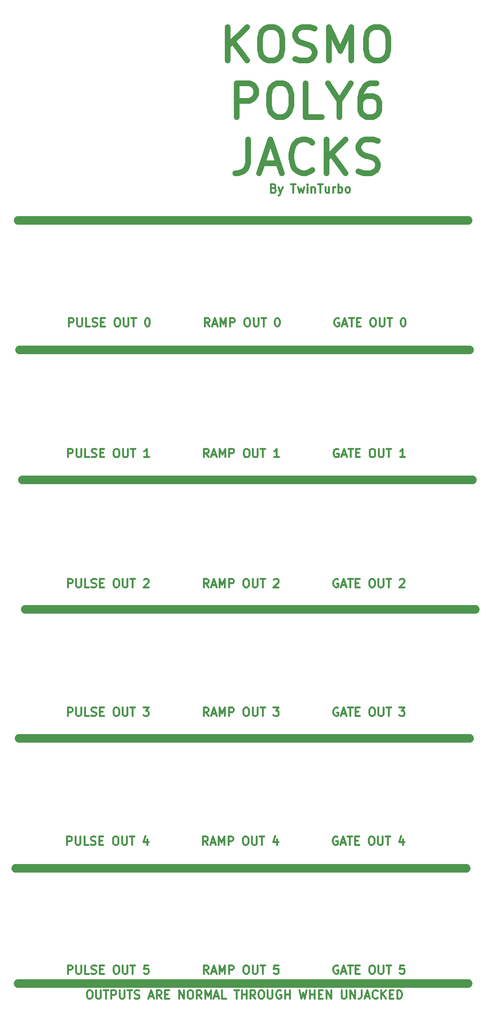
<source format=gbr>
G04 #@! TF.GenerationSoftware,KiCad,Pcbnew,(5.1.7)-1*
G04 #@! TF.CreationDate,2023-03-06T19:58:30+00:00*
G04 #@! TF.ProjectId,KOSMO-POLY6-JACKS,4b4f534d-4f2d-4504-9f4c-59362d4a4143,V0.1.0*
G04 #@! TF.SameCoordinates,Original*
G04 #@! TF.FileFunction,Legend,Top*
G04 #@! TF.FilePolarity,Positive*
%FSLAX46Y46*%
G04 Gerber Fmt 4.6, Leading zero omitted, Abs format (unit mm)*
G04 Created by KiCad (PCBNEW (5.1.7)-1) date 2023-03-06 19:58:30*
%MOMM*%
%LPD*%
G01*
G04 APERTURE LIST*
%ADD10C,0.300000*%
%ADD11C,1.500000*%
%ADD12C,1.000000*%
G04 APERTURE END LIST*
D10*
X149011000Y-43635857D02*
X149225285Y-43707285D01*
X149296714Y-43778714D01*
X149368142Y-43921571D01*
X149368142Y-44135857D01*
X149296714Y-44278714D01*
X149225285Y-44350142D01*
X149082428Y-44421571D01*
X148511000Y-44421571D01*
X148511000Y-42921571D01*
X149011000Y-42921571D01*
X149153857Y-42993000D01*
X149225285Y-43064428D01*
X149296714Y-43207285D01*
X149296714Y-43350142D01*
X149225285Y-43493000D01*
X149153857Y-43564428D01*
X149011000Y-43635857D01*
X148511000Y-43635857D01*
X149868142Y-43421571D02*
X150225285Y-44421571D01*
X150582428Y-43421571D02*
X150225285Y-44421571D01*
X150082428Y-44778714D01*
X150011000Y-44850142D01*
X149868142Y-44921571D01*
X152082428Y-42921571D02*
X152939571Y-42921571D01*
X152511000Y-44421571D02*
X152511000Y-42921571D01*
X153296714Y-43421571D02*
X153582428Y-44421571D01*
X153868142Y-43707285D01*
X154153857Y-44421571D01*
X154439571Y-43421571D01*
X155011000Y-44421571D02*
X155011000Y-43421571D01*
X155011000Y-42921571D02*
X154939571Y-42993000D01*
X155011000Y-43064428D01*
X155082428Y-42993000D01*
X155011000Y-42921571D01*
X155011000Y-43064428D01*
X155725285Y-43421571D02*
X155725285Y-44421571D01*
X155725285Y-43564428D02*
X155796714Y-43493000D01*
X155939571Y-43421571D01*
X156153857Y-43421571D01*
X156296714Y-43493000D01*
X156368142Y-43635857D01*
X156368142Y-44421571D01*
X156868142Y-42921571D02*
X157725285Y-42921571D01*
X157296714Y-44421571D02*
X157296714Y-42921571D01*
X158868142Y-43421571D02*
X158868142Y-44421571D01*
X158225285Y-43421571D02*
X158225285Y-44207285D01*
X158296714Y-44350142D01*
X158439571Y-44421571D01*
X158653857Y-44421571D01*
X158796714Y-44350142D01*
X158868142Y-44278714D01*
X159582428Y-44421571D02*
X159582428Y-43421571D01*
X159582428Y-43707285D02*
X159653857Y-43564428D01*
X159725285Y-43493000D01*
X159868142Y-43421571D01*
X160011000Y-43421571D01*
X160511000Y-44421571D02*
X160511000Y-42921571D01*
X160511000Y-43493000D02*
X160653857Y-43421571D01*
X160939571Y-43421571D01*
X161082428Y-43493000D01*
X161153857Y-43564428D01*
X161225285Y-43707285D01*
X161225285Y-44135857D01*
X161153857Y-44278714D01*
X161082428Y-44350142D01*
X160939571Y-44421571D01*
X160653857Y-44421571D01*
X160511000Y-44350142D01*
X162082428Y-44421571D02*
X161939571Y-44350142D01*
X161868142Y-44278714D01*
X161796714Y-44135857D01*
X161796714Y-43707285D01*
X161868142Y-43564428D01*
X161939571Y-43493000D01*
X162082428Y-43421571D01*
X162296714Y-43421571D01*
X162439571Y-43493000D01*
X162511000Y-43564428D01*
X162582428Y-43707285D01*
X162582428Y-44135857D01*
X162511000Y-44278714D01*
X162439571Y-44350142D01*
X162296714Y-44421571D01*
X162082428Y-44421571D01*
X116083714Y-186286571D02*
X116369428Y-186286571D01*
X116512285Y-186358000D01*
X116655142Y-186500857D01*
X116726571Y-186786571D01*
X116726571Y-187286571D01*
X116655142Y-187572285D01*
X116512285Y-187715142D01*
X116369428Y-187786571D01*
X116083714Y-187786571D01*
X115940857Y-187715142D01*
X115797999Y-187572285D01*
X115726571Y-187286571D01*
X115726571Y-186786571D01*
X115797999Y-186500857D01*
X115940857Y-186358000D01*
X116083714Y-186286571D01*
X117369428Y-186286571D02*
X117369428Y-187500857D01*
X117440857Y-187643714D01*
X117512285Y-187715142D01*
X117655142Y-187786571D01*
X117940857Y-187786571D01*
X118083714Y-187715142D01*
X118155142Y-187643714D01*
X118226571Y-187500857D01*
X118226571Y-186286571D01*
X118726571Y-186286571D02*
X119583714Y-186286571D01*
X119155142Y-187786571D02*
X119155142Y-186286571D01*
X120083714Y-187786571D02*
X120083714Y-186286571D01*
X120655142Y-186286571D01*
X120797999Y-186358000D01*
X120869428Y-186429428D01*
X120940857Y-186572285D01*
X120940857Y-186786571D01*
X120869428Y-186929428D01*
X120797999Y-187000857D01*
X120655142Y-187072285D01*
X120083714Y-187072285D01*
X121583714Y-186286571D02*
X121583714Y-187500857D01*
X121655142Y-187643714D01*
X121726571Y-187715142D01*
X121869428Y-187786571D01*
X122155142Y-187786571D01*
X122297999Y-187715142D01*
X122369428Y-187643714D01*
X122440857Y-187500857D01*
X122440857Y-186286571D01*
X122940857Y-186286571D02*
X123797999Y-186286571D01*
X123369428Y-187786571D02*
X123369428Y-186286571D01*
X124226571Y-187715142D02*
X124440857Y-187786571D01*
X124797999Y-187786571D01*
X124940857Y-187715142D01*
X125012285Y-187643714D01*
X125083714Y-187500857D01*
X125083714Y-187358000D01*
X125012285Y-187215142D01*
X124940857Y-187143714D01*
X124797999Y-187072285D01*
X124512285Y-187000857D01*
X124369428Y-186929428D01*
X124297999Y-186858000D01*
X124226571Y-186715142D01*
X124226571Y-186572285D01*
X124297999Y-186429428D01*
X124369428Y-186358000D01*
X124512285Y-186286571D01*
X124869428Y-186286571D01*
X125083714Y-186358000D01*
X126797999Y-187358000D02*
X127512285Y-187358000D01*
X126655142Y-187786571D02*
X127155142Y-186286571D01*
X127655142Y-187786571D01*
X129012285Y-187786571D02*
X128512285Y-187072285D01*
X128155142Y-187786571D02*
X128155142Y-186286571D01*
X128726571Y-186286571D01*
X128869428Y-186358000D01*
X128940857Y-186429428D01*
X129012285Y-186572285D01*
X129012285Y-186786571D01*
X128940857Y-186929428D01*
X128869428Y-187000857D01*
X128726571Y-187072285D01*
X128155142Y-187072285D01*
X129655142Y-187000857D02*
X130155142Y-187000857D01*
X130369428Y-187786571D02*
X129655142Y-187786571D01*
X129655142Y-186286571D01*
X130369428Y-186286571D01*
X132155142Y-187786571D02*
X132155142Y-186286571D01*
X133012285Y-187786571D01*
X133012285Y-186286571D01*
X134012285Y-186286571D02*
X134298000Y-186286571D01*
X134440857Y-186358000D01*
X134583714Y-186500857D01*
X134655142Y-186786571D01*
X134655142Y-187286571D01*
X134583714Y-187572285D01*
X134440857Y-187715142D01*
X134298000Y-187786571D01*
X134012285Y-187786571D01*
X133869428Y-187715142D01*
X133726571Y-187572285D01*
X133655142Y-187286571D01*
X133655142Y-186786571D01*
X133726571Y-186500857D01*
X133869428Y-186358000D01*
X134012285Y-186286571D01*
X136155142Y-187786571D02*
X135655142Y-187072285D01*
X135298000Y-187786571D02*
X135298000Y-186286571D01*
X135869428Y-186286571D01*
X136012285Y-186358000D01*
X136083714Y-186429428D01*
X136155142Y-186572285D01*
X136155142Y-186786571D01*
X136083714Y-186929428D01*
X136012285Y-187000857D01*
X135869428Y-187072285D01*
X135298000Y-187072285D01*
X136798000Y-187786571D02*
X136798000Y-186286571D01*
X137298000Y-187358000D01*
X137798000Y-186286571D01*
X137798000Y-187786571D01*
X138440857Y-187358000D02*
X139155142Y-187358000D01*
X138298000Y-187786571D02*
X138798000Y-186286571D01*
X139298000Y-187786571D01*
X140512285Y-187786571D02*
X139798000Y-187786571D01*
X139798000Y-186286571D01*
X141940857Y-186286571D02*
X142798000Y-186286571D01*
X142369428Y-187786571D02*
X142369428Y-186286571D01*
X143298000Y-187786571D02*
X143298000Y-186286571D01*
X143298000Y-187000857D02*
X144155142Y-187000857D01*
X144155142Y-187786571D02*
X144155142Y-186286571D01*
X145726571Y-187786571D02*
X145226571Y-187072285D01*
X144869428Y-187786571D02*
X144869428Y-186286571D01*
X145440857Y-186286571D01*
X145583714Y-186358000D01*
X145655142Y-186429428D01*
X145726571Y-186572285D01*
X145726571Y-186786571D01*
X145655142Y-186929428D01*
X145583714Y-187000857D01*
X145440857Y-187072285D01*
X144869428Y-187072285D01*
X146655142Y-186286571D02*
X146940857Y-186286571D01*
X147083714Y-186358000D01*
X147226571Y-186500857D01*
X147298000Y-186786571D01*
X147298000Y-187286571D01*
X147226571Y-187572285D01*
X147083714Y-187715142D01*
X146940857Y-187786571D01*
X146655142Y-187786571D01*
X146512285Y-187715142D01*
X146369428Y-187572285D01*
X146298000Y-187286571D01*
X146298000Y-186786571D01*
X146369428Y-186500857D01*
X146512285Y-186358000D01*
X146655142Y-186286571D01*
X147940857Y-186286571D02*
X147940857Y-187500857D01*
X148012285Y-187643714D01*
X148083714Y-187715142D01*
X148226571Y-187786571D01*
X148512285Y-187786571D01*
X148655142Y-187715142D01*
X148726571Y-187643714D01*
X148797999Y-187500857D01*
X148797999Y-186286571D01*
X150298000Y-186358000D02*
X150155142Y-186286571D01*
X149940857Y-186286571D01*
X149726571Y-186358000D01*
X149583714Y-186500857D01*
X149512285Y-186643714D01*
X149440857Y-186929428D01*
X149440857Y-187143714D01*
X149512285Y-187429428D01*
X149583714Y-187572285D01*
X149726571Y-187715142D01*
X149940857Y-187786571D01*
X150083714Y-187786571D01*
X150298000Y-187715142D01*
X150369428Y-187643714D01*
X150369428Y-187143714D01*
X150083714Y-187143714D01*
X151012285Y-187786571D02*
X151012285Y-186286571D01*
X151012285Y-187000857D02*
X151869428Y-187000857D01*
X151869428Y-187786571D02*
X151869428Y-186286571D01*
X153583714Y-186286571D02*
X153940857Y-187786571D01*
X154226571Y-186715142D01*
X154512285Y-187786571D01*
X154869428Y-186286571D01*
X155440857Y-187786571D02*
X155440857Y-186286571D01*
X155440857Y-187000857D02*
X156298000Y-187000857D01*
X156298000Y-187786571D02*
X156298000Y-186286571D01*
X157012285Y-187000857D02*
X157512285Y-187000857D01*
X157726571Y-187786571D02*
X157012285Y-187786571D01*
X157012285Y-186286571D01*
X157726571Y-186286571D01*
X158369428Y-187786571D02*
X158369428Y-186286571D01*
X159226571Y-187786571D01*
X159226571Y-186286571D01*
X161083714Y-186286571D02*
X161083714Y-187500857D01*
X161155142Y-187643714D01*
X161226571Y-187715142D01*
X161369428Y-187786571D01*
X161655142Y-187786571D01*
X161798000Y-187715142D01*
X161869428Y-187643714D01*
X161940857Y-187500857D01*
X161940857Y-186286571D01*
X162655142Y-187786571D02*
X162655142Y-186286571D01*
X163512285Y-187786571D01*
X163512285Y-186286571D01*
X164655142Y-186286571D02*
X164655142Y-187358000D01*
X164583714Y-187572285D01*
X164440857Y-187715142D01*
X164226571Y-187786571D01*
X164083714Y-187786571D01*
X165298000Y-187358000D02*
X166012285Y-187358000D01*
X165155142Y-187786571D02*
X165655142Y-186286571D01*
X166155142Y-187786571D01*
X167512285Y-187643714D02*
X167440857Y-187715142D01*
X167226571Y-187786571D01*
X167083714Y-187786571D01*
X166869428Y-187715142D01*
X166726571Y-187572285D01*
X166655142Y-187429428D01*
X166583714Y-187143714D01*
X166583714Y-186929428D01*
X166655142Y-186643714D01*
X166726571Y-186500857D01*
X166869428Y-186358000D01*
X167083714Y-186286571D01*
X167226571Y-186286571D01*
X167440857Y-186358000D01*
X167512285Y-186429428D01*
X168155142Y-187786571D02*
X168155142Y-186286571D01*
X169012285Y-187786571D02*
X168369428Y-186929428D01*
X169012285Y-186286571D02*
X168155142Y-187143714D01*
X169655142Y-187000857D02*
X170155142Y-187000857D01*
X170369428Y-187786571D02*
X169655142Y-187786571D01*
X169655142Y-186286571D01*
X170369428Y-186286571D01*
X171012285Y-187786571D02*
X171012285Y-186286571D01*
X171369428Y-186286571D01*
X171583714Y-186358000D01*
X171726571Y-186500857D01*
X171798000Y-186643714D01*
X171869428Y-186929428D01*
X171869428Y-187143714D01*
X171798000Y-187429428D01*
X171726571Y-187572285D01*
X171583714Y-187715142D01*
X171369428Y-187786571D01*
X171012285Y-187786571D01*
D11*
X103426000Y-185106000D02*
X183626000Y-185106000D01*
X103076000Y-164578000D02*
X183276000Y-164578000D01*
X103659000Y-141446000D02*
X183859000Y-141446000D01*
X104696000Y-118559000D02*
X184896000Y-118559000D01*
X104210000Y-95527000D02*
X184410000Y-95527000D01*
X103703000Y-72349000D02*
X183903000Y-72349000D01*
D10*
X112499714Y-68224571D02*
X112499714Y-66724571D01*
X113071142Y-66724571D01*
X113214000Y-66796000D01*
X113285428Y-66867428D01*
X113356857Y-67010285D01*
X113356857Y-67224571D01*
X113285428Y-67367428D01*
X113214000Y-67438857D01*
X113071142Y-67510285D01*
X112499714Y-67510285D01*
X113999714Y-66724571D02*
X113999714Y-67938857D01*
X114071142Y-68081714D01*
X114142571Y-68153142D01*
X114285428Y-68224571D01*
X114571142Y-68224571D01*
X114714000Y-68153142D01*
X114785428Y-68081714D01*
X114856857Y-67938857D01*
X114856857Y-66724571D01*
X116285428Y-68224571D02*
X115571142Y-68224571D01*
X115571142Y-66724571D01*
X116714000Y-68153142D02*
X116928285Y-68224571D01*
X117285428Y-68224571D01*
X117428285Y-68153142D01*
X117499714Y-68081714D01*
X117571142Y-67938857D01*
X117571142Y-67796000D01*
X117499714Y-67653142D01*
X117428285Y-67581714D01*
X117285428Y-67510285D01*
X116999714Y-67438857D01*
X116856857Y-67367428D01*
X116785428Y-67296000D01*
X116714000Y-67153142D01*
X116714000Y-67010285D01*
X116785428Y-66867428D01*
X116856857Y-66796000D01*
X116999714Y-66724571D01*
X117356857Y-66724571D01*
X117571142Y-66796000D01*
X118214000Y-67438857D02*
X118714000Y-67438857D01*
X118928285Y-68224571D02*
X118214000Y-68224571D01*
X118214000Y-66724571D01*
X118928285Y-66724571D01*
X120999714Y-66724571D02*
X121285428Y-66724571D01*
X121428285Y-66796000D01*
X121571142Y-66938857D01*
X121642571Y-67224571D01*
X121642571Y-67724571D01*
X121571142Y-68010285D01*
X121428285Y-68153142D01*
X121285428Y-68224571D01*
X120999714Y-68224571D01*
X120856857Y-68153142D01*
X120714000Y-68010285D01*
X120642571Y-67724571D01*
X120642571Y-67224571D01*
X120714000Y-66938857D01*
X120856857Y-66796000D01*
X120999714Y-66724571D01*
X122285428Y-66724571D02*
X122285428Y-67938857D01*
X122356857Y-68081714D01*
X122428285Y-68153142D01*
X122571142Y-68224571D01*
X122856857Y-68224571D01*
X122999714Y-68153142D01*
X123071142Y-68081714D01*
X123142571Y-67938857D01*
X123142571Y-66724571D01*
X123642571Y-66724571D02*
X124499714Y-66724571D01*
X124071142Y-68224571D02*
X124071142Y-66724571D01*
X126428285Y-66724571D02*
X126571142Y-66724571D01*
X126714000Y-66796000D01*
X126785428Y-66867428D01*
X126856857Y-67010285D01*
X126928285Y-67296000D01*
X126928285Y-67653142D01*
X126856857Y-67938857D01*
X126785428Y-68081714D01*
X126714000Y-68153142D01*
X126571142Y-68224571D01*
X126428285Y-68224571D01*
X126285428Y-68153142D01*
X126214000Y-68081714D01*
X126142571Y-67938857D01*
X126071142Y-67653142D01*
X126071142Y-67296000D01*
X126142571Y-67010285D01*
X126214000Y-66867428D01*
X126285428Y-66796000D01*
X126428285Y-66724571D01*
X137571142Y-68224571D02*
X137071142Y-67510285D01*
X136714000Y-68224571D02*
X136714000Y-66724571D01*
X137285428Y-66724571D01*
X137428285Y-66796000D01*
X137499714Y-66867428D01*
X137571142Y-67010285D01*
X137571142Y-67224571D01*
X137499714Y-67367428D01*
X137428285Y-67438857D01*
X137285428Y-67510285D01*
X136714000Y-67510285D01*
X138142571Y-67796000D02*
X138856857Y-67796000D01*
X137999714Y-68224571D02*
X138499714Y-66724571D01*
X138999714Y-68224571D01*
X139499714Y-68224571D02*
X139499714Y-66724571D01*
X139999714Y-67796000D01*
X140499714Y-66724571D01*
X140499714Y-68224571D01*
X141214000Y-68224571D02*
X141214000Y-66724571D01*
X141785428Y-66724571D01*
X141928285Y-66796000D01*
X141999714Y-66867428D01*
X142071142Y-67010285D01*
X142071142Y-67224571D01*
X141999714Y-67367428D01*
X141928285Y-67438857D01*
X141785428Y-67510285D01*
X141214000Y-67510285D01*
X144142571Y-66724571D02*
X144428285Y-66724571D01*
X144571142Y-66796000D01*
X144714000Y-66938857D01*
X144785428Y-67224571D01*
X144785428Y-67724571D01*
X144714000Y-68010285D01*
X144571142Y-68153142D01*
X144428285Y-68224571D01*
X144142571Y-68224571D01*
X143999714Y-68153142D01*
X143856857Y-68010285D01*
X143785428Y-67724571D01*
X143785428Y-67224571D01*
X143856857Y-66938857D01*
X143999714Y-66796000D01*
X144142571Y-66724571D01*
X145428285Y-66724571D02*
X145428285Y-67938857D01*
X145499714Y-68081714D01*
X145571142Y-68153142D01*
X145714000Y-68224571D01*
X145999714Y-68224571D01*
X146142571Y-68153142D01*
X146214000Y-68081714D01*
X146285428Y-67938857D01*
X146285428Y-66724571D01*
X146785428Y-66724571D02*
X147642571Y-66724571D01*
X147214000Y-68224571D02*
X147214000Y-66724571D01*
X149571142Y-66724571D02*
X149714000Y-66724571D01*
X149856857Y-66796000D01*
X149928285Y-66867428D01*
X149999714Y-67010285D01*
X150071142Y-67296000D01*
X150071142Y-67653142D01*
X149999714Y-67938857D01*
X149928285Y-68081714D01*
X149856857Y-68153142D01*
X149714000Y-68224571D01*
X149571142Y-68224571D01*
X149428285Y-68153142D01*
X149356857Y-68081714D01*
X149285428Y-67938857D01*
X149214000Y-67653142D01*
X149214000Y-67296000D01*
X149285428Y-67010285D01*
X149356857Y-66867428D01*
X149428285Y-66796000D01*
X149571142Y-66724571D01*
X160642571Y-66796000D02*
X160499714Y-66724571D01*
X160285428Y-66724571D01*
X160071142Y-66796000D01*
X159928285Y-66938857D01*
X159856857Y-67081714D01*
X159785428Y-67367428D01*
X159785428Y-67581714D01*
X159856857Y-67867428D01*
X159928285Y-68010285D01*
X160071142Y-68153142D01*
X160285428Y-68224571D01*
X160428285Y-68224571D01*
X160642571Y-68153142D01*
X160714000Y-68081714D01*
X160714000Y-67581714D01*
X160428285Y-67581714D01*
X161285428Y-67796000D02*
X161999714Y-67796000D01*
X161142571Y-68224571D02*
X161642571Y-66724571D01*
X162142571Y-68224571D01*
X162428285Y-66724571D02*
X163285428Y-66724571D01*
X162856857Y-68224571D02*
X162856857Y-66724571D01*
X163785428Y-67438857D02*
X164285428Y-67438857D01*
X164499714Y-68224571D02*
X163785428Y-68224571D01*
X163785428Y-66724571D01*
X164499714Y-66724571D01*
X166571142Y-66724571D02*
X166856857Y-66724571D01*
X166999714Y-66796000D01*
X167142571Y-66938857D01*
X167213999Y-67224571D01*
X167213999Y-67724571D01*
X167142571Y-68010285D01*
X166999714Y-68153142D01*
X166856857Y-68224571D01*
X166571142Y-68224571D01*
X166428285Y-68153142D01*
X166285428Y-68010285D01*
X166213999Y-67724571D01*
X166213999Y-67224571D01*
X166285428Y-66938857D01*
X166428285Y-66796000D01*
X166571142Y-66724571D01*
X167856857Y-66724571D02*
X167856857Y-67938857D01*
X167928285Y-68081714D01*
X167999714Y-68153142D01*
X168142571Y-68224571D01*
X168428285Y-68224571D01*
X168571142Y-68153142D01*
X168642571Y-68081714D01*
X168714000Y-67938857D01*
X168714000Y-66724571D01*
X169214000Y-66724571D02*
X170071142Y-66724571D01*
X169642571Y-68224571D02*
X169642571Y-66724571D01*
X171999714Y-66724571D02*
X172142571Y-66724571D01*
X172285428Y-66796000D01*
X172356857Y-66867428D01*
X172428285Y-67010285D01*
X172499714Y-67296000D01*
X172499714Y-67653142D01*
X172428285Y-67938857D01*
X172356857Y-68081714D01*
X172285428Y-68153142D01*
X172142571Y-68224571D01*
X171999714Y-68224571D01*
X171856857Y-68153142D01*
X171785428Y-68081714D01*
X171714000Y-67938857D01*
X171642571Y-67653142D01*
X171642571Y-67296000D01*
X171714000Y-67010285D01*
X171785428Y-66867428D01*
X171856857Y-66796000D01*
X171999714Y-66724571D01*
X112365714Y-91472571D02*
X112365714Y-89972571D01*
X112937142Y-89972571D01*
X113080000Y-90044000D01*
X113151428Y-90115428D01*
X113222857Y-90258285D01*
X113222857Y-90472571D01*
X113151428Y-90615428D01*
X113080000Y-90686857D01*
X112937142Y-90758285D01*
X112365714Y-90758285D01*
X113865714Y-89972571D02*
X113865714Y-91186857D01*
X113937142Y-91329714D01*
X114008571Y-91401142D01*
X114151428Y-91472571D01*
X114437142Y-91472571D01*
X114580000Y-91401142D01*
X114651428Y-91329714D01*
X114722857Y-91186857D01*
X114722857Y-89972571D01*
X116151428Y-91472571D02*
X115437142Y-91472571D01*
X115437142Y-89972571D01*
X116580000Y-91401142D02*
X116794285Y-91472571D01*
X117151428Y-91472571D01*
X117294285Y-91401142D01*
X117365714Y-91329714D01*
X117437142Y-91186857D01*
X117437142Y-91044000D01*
X117365714Y-90901142D01*
X117294285Y-90829714D01*
X117151428Y-90758285D01*
X116865714Y-90686857D01*
X116722857Y-90615428D01*
X116651428Y-90544000D01*
X116580000Y-90401142D01*
X116580000Y-90258285D01*
X116651428Y-90115428D01*
X116722857Y-90044000D01*
X116865714Y-89972571D01*
X117222857Y-89972571D01*
X117437142Y-90044000D01*
X118080000Y-90686857D02*
X118580000Y-90686857D01*
X118794285Y-91472571D02*
X118080000Y-91472571D01*
X118080000Y-89972571D01*
X118794285Y-89972571D01*
X120865714Y-89972571D02*
X121151428Y-89972571D01*
X121294285Y-90044000D01*
X121437142Y-90186857D01*
X121508571Y-90472571D01*
X121508571Y-90972571D01*
X121437142Y-91258285D01*
X121294285Y-91401142D01*
X121151428Y-91472571D01*
X120865714Y-91472571D01*
X120722857Y-91401142D01*
X120580000Y-91258285D01*
X120508571Y-90972571D01*
X120508571Y-90472571D01*
X120580000Y-90186857D01*
X120722857Y-90044000D01*
X120865714Y-89972571D01*
X122151428Y-89972571D02*
X122151428Y-91186857D01*
X122222857Y-91329714D01*
X122294285Y-91401142D01*
X122437142Y-91472571D01*
X122722857Y-91472571D01*
X122865714Y-91401142D01*
X122937142Y-91329714D01*
X123008571Y-91186857D01*
X123008571Y-89972571D01*
X123508571Y-89972571D02*
X124365714Y-89972571D01*
X123937142Y-91472571D02*
X123937142Y-89972571D01*
X126794285Y-91472571D02*
X125937142Y-91472571D01*
X126365714Y-91472571D02*
X126365714Y-89972571D01*
X126222857Y-90186857D01*
X126080000Y-90329714D01*
X125937142Y-90401142D01*
X137437142Y-91472571D02*
X136937142Y-90758285D01*
X136580000Y-91472571D02*
X136580000Y-89972571D01*
X137151428Y-89972571D01*
X137294285Y-90044000D01*
X137365714Y-90115428D01*
X137437142Y-90258285D01*
X137437142Y-90472571D01*
X137365714Y-90615428D01*
X137294285Y-90686857D01*
X137151428Y-90758285D01*
X136580000Y-90758285D01*
X138008571Y-91044000D02*
X138722857Y-91044000D01*
X137865714Y-91472571D02*
X138365714Y-89972571D01*
X138865714Y-91472571D01*
X139365714Y-91472571D02*
X139365714Y-89972571D01*
X139865714Y-91044000D01*
X140365714Y-89972571D01*
X140365714Y-91472571D01*
X141080000Y-91472571D02*
X141080000Y-89972571D01*
X141651428Y-89972571D01*
X141794285Y-90044000D01*
X141865714Y-90115428D01*
X141937142Y-90258285D01*
X141937142Y-90472571D01*
X141865714Y-90615428D01*
X141794285Y-90686857D01*
X141651428Y-90758285D01*
X141080000Y-90758285D01*
X144008571Y-89972571D02*
X144294285Y-89972571D01*
X144437142Y-90044000D01*
X144580000Y-90186857D01*
X144651428Y-90472571D01*
X144651428Y-90972571D01*
X144580000Y-91258285D01*
X144437142Y-91401142D01*
X144294285Y-91472571D01*
X144008571Y-91472571D01*
X143865714Y-91401142D01*
X143722857Y-91258285D01*
X143651428Y-90972571D01*
X143651428Y-90472571D01*
X143722857Y-90186857D01*
X143865714Y-90044000D01*
X144008571Y-89972571D01*
X145294285Y-89972571D02*
X145294285Y-91186857D01*
X145365714Y-91329714D01*
X145437142Y-91401142D01*
X145580000Y-91472571D01*
X145865714Y-91472571D01*
X146008571Y-91401142D01*
X146080000Y-91329714D01*
X146151428Y-91186857D01*
X146151428Y-89972571D01*
X146651428Y-89972571D02*
X147508571Y-89972571D01*
X147080000Y-91472571D02*
X147080000Y-89972571D01*
X149937142Y-91472571D02*
X149080000Y-91472571D01*
X149508571Y-91472571D02*
X149508571Y-89972571D01*
X149365714Y-90186857D01*
X149222857Y-90329714D01*
X149080000Y-90401142D01*
X160508571Y-90044000D02*
X160365714Y-89972571D01*
X160151428Y-89972571D01*
X159937142Y-90044000D01*
X159794285Y-90186857D01*
X159722857Y-90329714D01*
X159651428Y-90615428D01*
X159651428Y-90829714D01*
X159722857Y-91115428D01*
X159794285Y-91258285D01*
X159937142Y-91401142D01*
X160151428Y-91472571D01*
X160294285Y-91472571D01*
X160508571Y-91401142D01*
X160580000Y-91329714D01*
X160580000Y-90829714D01*
X160294285Y-90829714D01*
X161151428Y-91044000D02*
X161865714Y-91044000D01*
X161008571Y-91472571D02*
X161508571Y-89972571D01*
X162008571Y-91472571D01*
X162294285Y-89972571D02*
X163151428Y-89972571D01*
X162722857Y-91472571D02*
X162722857Y-89972571D01*
X163651428Y-90686857D02*
X164151428Y-90686857D01*
X164365714Y-91472571D02*
X163651428Y-91472571D01*
X163651428Y-89972571D01*
X164365714Y-89972571D01*
X166437142Y-89972571D02*
X166722857Y-89972571D01*
X166865714Y-90044000D01*
X167008571Y-90186857D01*
X167079999Y-90472571D01*
X167079999Y-90972571D01*
X167008571Y-91258285D01*
X166865714Y-91401142D01*
X166722857Y-91472571D01*
X166437142Y-91472571D01*
X166294285Y-91401142D01*
X166151428Y-91258285D01*
X166079999Y-90972571D01*
X166079999Y-90472571D01*
X166151428Y-90186857D01*
X166294285Y-90044000D01*
X166437142Y-89972571D01*
X167722857Y-89972571D02*
X167722857Y-91186857D01*
X167794285Y-91329714D01*
X167865714Y-91401142D01*
X168008571Y-91472571D01*
X168294285Y-91472571D01*
X168437142Y-91401142D01*
X168508571Y-91329714D01*
X168580000Y-91186857D01*
X168580000Y-89972571D01*
X169080000Y-89972571D02*
X169937142Y-89972571D01*
X169508571Y-91472571D02*
X169508571Y-89972571D01*
X172365714Y-91472571D02*
X171508571Y-91472571D01*
X171937142Y-91472571D02*
X171937142Y-89972571D01*
X171794285Y-90186857D01*
X171651428Y-90329714D01*
X171508571Y-90401142D01*
X112321714Y-114616571D02*
X112321714Y-113116571D01*
X112893142Y-113116571D01*
X113036000Y-113188000D01*
X113107428Y-113259428D01*
X113178857Y-113402285D01*
X113178857Y-113616571D01*
X113107428Y-113759428D01*
X113036000Y-113830857D01*
X112893142Y-113902285D01*
X112321714Y-113902285D01*
X113821714Y-113116571D02*
X113821714Y-114330857D01*
X113893142Y-114473714D01*
X113964571Y-114545142D01*
X114107428Y-114616571D01*
X114393142Y-114616571D01*
X114536000Y-114545142D01*
X114607428Y-114473714D01*
X114678857Y-114330857D01*
X114678857Y-113116571D01*
X116107428Y-114616571D02*
X115393142Y-114616571D01*
X115393142Y-113116571D01*
X116536000Y-114545142D02*
X116750285Y-114616571D01*
X117107428Y-114616571D01*
X117250285Y-114545142D01*
X117321714Y-114473714D01*
X117393142Y-114330857D01*
X117393142Y-114188000D01*
X117321714Y-114045142D01*
X117250285Y-113973714D01*
X117107428Y-113902285D01*
X116821714Y-113830857D01*
X116678857Y-113759428D01*
X116607428Y-113688000D01*
X116536000Y-113545142D01*
X116536000Y-113402285D01*
X116607428Y-113259428D01*
X116678857Y-113188000D01*
X116821714Y-113116571D01*
X117178857Y-113116571D01*
X117393142Y-113188000D01*
X118036000Y-113830857D02*
X118536000Y-113830857D01*
X118750285Y-114616571D02*
X118036000Y-114616571D01*
X118036000Y-113116571D01*
X118750285Y-113116571D01*
X120821714Y-113116571D02*
X121107428Y-113116571D01*
X121250285Y-113188000D01*
X121393142Y-113330857D01*
X121464571Y-113616571D01*
X121464571Y-114116571D01*
X121393142Y-114402285D01*
X121250285Y-114545142D01*
X121107428Y-114616571D01*
X120821714Y-114616571D01*
X120678857Y-114545142D01*
X120536000Y-114402285D01*
X120464571Y-114116571D01*
X120464571Y-113616571D01*
X120536000Y-113330857D01*
X120678857Y-113188000D01*
X120821714Y-113116571D01*
X122107428Y-113116571D02*
X122107428Y-114330857D01*
X122178857Y-114473714D01*
X122250285Y-114545142D01*
X122393142Y-114616571D01*
X122678857Y-114616571D01*
X122821714Y-114545142D01*
X122893142Y-114473714D01*
X122964571Y-114330857D01*
X122964571Y-113116571D01*
X123464571Y-113116571D02*
X124321714Y-113116571D01*
X123893142Y-114616571D02*
X123893142Y-113116571D01*
X125893142Y-113259428D02*
X125964571Y-113188000D01*
X126107428Y-113116571D01*
X126464571Y-113116571D01*
X126607428Y-113188000D01*
X126678857Y-113259428D01*
X126750285Y-113402285D01*
X126750285Y-113545142D01*
X126678857Y-113759428D01*
X125821714Y-114616571D01*
X126750285Y-114616571D01*
X137393142Y-114616571D02*
X136893142Y-113902285D01*
X136536000Y-114616571D02*
X136536000Y-113116571D01*
X137107428Y-113116571D01*
X137250285Y-113188000D01*
X137321714Y-113259428D01*
X137393142Y-113402285D01*
X137393142Y-113616571D01*
X137321714Y-113759428D01*
X137250285Y-113830857D01*
X137107428Y-113902285D01*
X136536000Y-113902285D01*
X137964571Y-114188000D02*
X138678857Y-114188000D01*
X137821714Y-114616571D02*
X138321714Y-113116571D01*
X138821714Y-114616571D01*
X139321714Y-114616571D02*
X139321714Y-113116571D01*
X139821714Y-114188000D01*
X140321714Y-113116571D01*
X140321714Y-114616571D01*
X141036000Y-114616571D02*
X141036000Y-113116571D01*
X141607428Y-113116571D01*
X141750285Y-113188000D01*
X141821714Y-113259428D01*
X141893142Y-113402285D01*
X141893142Y-113616571D01*
X141821714Y-113759428D01*
X141750285Y-113830857D01*
X141607428Y-113902285D01*
X141036000Y-113902285D01*
X143964571Y-113116571D02*
X144250285Y-113116571D01*
X144393142Y-113188000D01*
X144536000Y-113330857D01*
X144607428Y-113616571D01*
X144607428Y-114116571D01*
X144536000Y-114402285D01*
X144393142Y-114545142D01*
X144250285Y-114616571D01*
X143964571Y-114616571D01*
X143821714Y-114545142D01*
X143678857Y-114402285D01*
X143607428Y-114116571D01*
X143607428Y-113616571D01*
X143678857Y-113330857D01*
X143821714Y-113188000D01*
X143964571Y-113116571D01*
X145250285Y-113116571D02*
X145250285Y-114330857D01*
X145321714Y-114473714D01*
X145393142Y-114545142D01*
X145536000Y-114616571D01*
X145821714Y-114616571D01*
X145964571Y-114545142D01*
X146036000Y-114473714D01*
X146107428Y-114330857D01*
X146107428Y-113116571D01*
X146607428Y-113116571D02*
X147464571Y-113116571D01*
X147036000Y-114616571D02*
X147036000Y-113116571D01*
X149036000Y-113259428D02*
X149107428Y-113188000D01*
X149250285Y-113116571D01*
X149607428Y-113116571D01*
X149750285Y-113188000D01*
X149821714Y-113259428D01*
X149893142Y-113402285D01*
X149893142Y-113545142D01*
X149821714Y-113759428D01*
X148964571Y-114616571D01*
X149893142Y-114616571D01*
X160464571Y-113188000D02*
X160321714Y-113116571D01*
X160107428Y-113116571D01*
X159893142Y-113188000D01*
X159750285Y-113330857D01*
X159678857Y-113473714D01*
X159607428Y-113759428D01*
X159607428Y-113973714D01*
X159678857Y-114259428D01*
X159750285Y-114402285D01*
X159893142Y-114545142D01*
X160107428Y-114616571D01*
X160250285Y-114616571D01*
X160464571Y-114545142D01*
X160536000Y-114473714D01*
X160536000Y-113973714D01*
X160250285Y-113973714D01*
X161107428Y-114188000D02*
X161821714Y-114188000D01*
X160964571Y-114616571D02*
X161464571Y-113116571D01*
X161964571Y-114616571D01*
X162250285Y-113116571D02*
X163107428Y-113116571D01*
X162678857Y-114616571D02*
X162678857Y-113116571D01*
X163607428Y-113830857D02*
X164107428Y-113830857D01*
X164321714Y-114616571D02*
X163607428Y-114616571D01*
X163607428Y-113116571D01*
X164321714Y-113116571D01*
X166393142Y-113116571D02*
X166678857Y-113116571D01*
X166821714Y-113188000D01*
X166964571Y-113330857D01*
X167035999Y-113616571D01*
X167035999Y-114116571D01*
X166964571Y-114402285D01*
X166821714Y-114545142D01*
X166678857Y-114616571D01*
X166393142Y-114616571D01*
X166250285Y-114545142D01*
X166107428Y-114402285D01*
X166035999Y-114116571D01*
X166035999Y-113616571D01*
X166107428Y-113330857D01*
X166250285Y-113188000D01*
X166393142Y-113116571D01*
X167678857Y-113116571D02*
X167678857Y-114330857D01*
X167750285Y-114473714D01*
X167821714Y-114545142D01*
X167964571Y-114616571D01*
X168250285Y-114616571D01*
X168393142Y-114545142D01*
X168464571Y-114473714D01*
X168536000Y-114330857D01*
X168536000Y-113116571D01*
X169036000Y-113116571D02*
X169893142Y-113116571D01*
X169464571Y-114616571D02*
X169464571Y-113116571D01*
X171464571Y-113259428D02*
X171536000Y-113188000D01*
X171678857Y-113116571D01*
X172036000Y-113116571D01*
X172178857Y-113188000D01*
X172250285Y-113259428D01*
X172321714Y-113402285D01*
X172321714Y-113545142D01*
X172250285Y-113759428D01*
X171393142Y-114616571D01*
X172321714Y-114616571D01*
X112321714Y-137504571D02*
X112321714Y-136004571D01*
X112893142Y-136004571D01*
X113036000Y-136076000D01*
X113107428Y-136147428D01*
X113178857Y-136290285D01*
X113178857Y-136504571D01*
X113107428Y-136647428D01*
X113036000Y-136718857D01*
X112893142Y-136790285D01*
X112321714Y-136790285D01*
X113821714Y-136004571D02*
X113821714Y-137218857D01*
X113893142Y-137361714D01*
X113964571Y-137433142D01*
X114107428Y-137504571D01*
X114393142Y-137504571D01*
X114536000Y-137433142D01*
X114607428Y-137361714D01*
X114678857Y-137218857D01*
X114678857Y-136004571D01*
X116107428Y-137504571D02*
X115393142Y-137504571D01*
X115393142Y-136004571D01*
X116536000Y-137433142D02*
X116750285Y-137504571D01*
X117107428Y-137504571D01*
X117250285Y-137433142D01*
X117321714Y-137361714D01*
X117393142Y-137218857D01*
X117393142Y-137076000D01*
X117321714Y-136933142D01*
X117250285Y-136861714D01*
X117107428Y-136790285D01*
X116821714Y-136718857D01*
X116678857Y-136647428D01*
X116607428Y-136576000D01*
X116536000Y-136433142D01*
X116536000Y-136290285D01*
X116607428Y-136147428D01*
X116678857Y-136076000D01*
X116821714Y-136004571D01*
X117178857Y-136004571D01*
X117393142Y-136076000D01*
X118036000Y-136718857D02*
X118536000Y-136718857D01*
X118750285Y-137504571D02*
X118036000Y-137504571D01*
X118036000Y-136004571D01*
X118750285Y-136004571D01*
X120821714Y-136004571D02*
X121107428Y-136004571D01*
X121250285Y-136076000D01*
X121393142Y-136218857D01*
X121464571Y-136504571D01*
X121464571Y-137004571D01*
X121393142Y-137290285D01*
X121250285Y-137433142D01*
X121107428Y-137504571D01*
X120821714Y-137504571D01*
X120678857Y-137433142D01*
X120536000Y-137290285D01*
X120464571Y-137004571D01*
X120464571Y-136504571D01*
X120536000Y-136218857D01*
X120678857Y-136076000D01*
X120821714Y-136004571D01*
X122107428Y-136004571D02*
X122107428Y-137218857D01*
X122178857Y-137361714D01*
X122250285Y-137433142D01*
X122393142Y-137504571D01*
X122678857Y-137504571D01*
X122821714Y-137433142D01*
X122893142Y-137361714D01*
X122964571Y-137218857D01*
X122964571Y-136004571D01*
X123464571Y-136004571D02*
X124321714Y-136004571D01*
X123893142Y-137504571D02*
X123893142Y-136004571D01*
X125821714Y-136004571D02*
X126750285Y-136004571D01*
X126250285Y-136576000D01*
X126464571Y-136576000D01*
X126607428Y-136647428D01*
X126678857Y-136718857D01*
X126750285Y-136861714D01*
X126750285Y-137218857D01*
X126678857Y-137361714D01*
X126607428Y-137433142D01*
X126464571Y-137504571D01*
X126036000Y-137504571D01*
X125893142Y-137433142D01*
X125821714Y-137361714D01*
X137393142Y-137504571D02*
X136893142Y-136790285D01*
X136536000Y-137504571D02*
X136536000Y-136004571D01*
X137107428Y-136004571D01*
X137250285Y-136076000D01*
X137321714Y-136147428D01*
X137393142Y-136290285D01*
X137393142Y-136504571D01*
X137321714Y-136647428D01*
X137250285Y-136718857D01*
X137107428Y-136790285D01*
X136536000Y-136790285D01*
X137964571Y-137076000D02*
X138678857Y-137076000D01*
X137821714Y-137504571D02*
X138321714Y-136004571D01*
X138821714Y-137504571D01*
X139321714Y-137504571D02*
X139321714Y-136004571D01*
X139821714Y-137076000D01*
X140321714Y-136004571D01*
X140321714Y-137504571D01*
X141036000Y-137504571D02*
X141036000Y-136004571D01*
X141607428Y-136004571D01*
X141750285Y-136076000D01*
X141821714Y-136147428D01*
X141893142Y-136290285D01*
X141893142Y-136504571D01*
X141821714Y-136647428D01*
X141750285Y-136718857D01*
X141607428Y-136790285D01*
X141036000Y-136790285D01*
X143964571Y-136004571D02*
X144250285Y-136004571D01*
X144393142Y-136076000D01*
X144536000Y-136218857D01*
X144607428Y-136504571D01*
X144607428Y-137004571D01*
X144536000Y-137290285D01*
X144393142Y-137433142D01*
X144250285Y-137504571D01*
X143964571Y-137504571D01*
X143821714Y-137433142D01*
X143678857Y-137290285D01*
X143607428Y-137004571D01*
X143607428Y-136504571D01*
X143678857Y-136218857D01*
X143821714Y-136076000D01*
X143964571Y-136004571D01*
X145250285Y-136004571D02*
X145250285Y-137218857D01*
X145321714Y-137361714D01*
X145393142Y-137433142D01*
X145536000Y-137504571D01*
X145821714Y-137504571D01*
X145964571Y-137433142D01*
X146036000Y-137361714D01*
X146107428Y-137218857D01*
X146107428Y-136004571D01*
X146607428Y-136004571D02*
X147464571Y-136004571D01*
X147036000Y-137504571D02*
X147036000Y-136004571D01*
X148964571Y-136004571D02*
X149893142Y-136004571D01*
X149393142Y-136576000D01*
X149607428Y-136576000D01*
X149750285Y-136647428D01*
X149821714Y-136718857D01*
X149893142Y-136861714D01*
X149893142Y-137218857D01*
X149821714Y-137361714D01*
X149750285Y-137433142D01*
X149607428Y-137504571D01*
X149178857Y-137504571D01*
X149036000Y-137433142D01*
X148964571Y-137361714D01*
X160464571Y-136076000D02*
X160321714Y-136004571D01*
X160107428Y-136004571D01*
X159893142Y-136076000D01*
X159750285Y-136218857D01*
X159678857Y-136361714D01*
X159607428Y-136647428D01*
X159607428Y-136861714D01*
X159678857Y-137147428D01*
X159750285Y-137290285D01*
X159893142Y-137433142D01*
X160107428Y-137504571D01*
X160250285Y-137504571D01*
X160464571Y-137433142D01*
X160536000Y-137361714D01*
X160536000Y-136861714D01*
X160250285Y-136861714D01*
X161107428Y-137076000D02*
X161821714Y-137076000D01*
X160964571Y-137504571D02*
X161464571Y-136004571D01*
X161964571Y-137504571D01*
X162250285Y-136004571D02*
X163107428Y-136004571D01*
X162678857Y-137504571D02*
X162678857Y-136004571D01*
X163607428Y-136718857D02*
X164107428Y-136718857D01*
X164321714Y-137504571D02*
X163607428Y-137504571D01*
X163607428Y-136004571D01*
X164321714Y-136004571D01*
X166393142Y-136004571D02*
X166678857Y-136004571D01*
X166821714Y-136076000D01*
X166964571Y-136218857D01*
X167035999Y-136504571D01*
X167035999Y-137004571D01*
X166964571Y-137290285D01*
X166821714Y-137433142D01*
X166678857Y-137504571D01*
X166393142Y-137504571D01*
X166250285Y-137433142D01*
X166107428Y-137290285D01*
X166035999Y-137004571D01*
X166035999Y-136504571D01*
X166107428Y-136218857D01*
X166250285Y-136076000D01*
X166393142Y-136004571D01*
X167678857Y-136004571D02*
X167678857Y-137218857D01*
X167750285Y-137361714D01*
X167821714Y-137433142D01*
X167964571Y-137504571D01*
X168250285Y-137504571D01*
X168393142Y-137433142D01*
X168464571Y-137361714D01*
X168536000Y-137218857D01*
X168536000Y-136004571D01*
X169036000Y-136004571D02*
X169893142Y-136004571D01*
X169464571Y-137504571D02*
X169464571Y-136004571D01*
X171393142Y-136004571D02*
X172321714Y-136004571D01*
X171821714Y-136576000D01*
X172036000Y-136576000D01*
X172178857Y-136647428D01*
X172250285Y-136718857D01*
X172321714Y-136861714D01*
X172321714Y-137218857D01*
X172250285Y-137361714D01*
X172178857Y-137433142D01*
X172036000Y-137504571D01*
X171607428Y-137504571D01*
X171464571Y-137433142D01*
X171393142Y-137361714D01*
X112210714Y-160437571D02*
X112210714Y-158937571D01*
X112782142Y-158937571D01*
X112925000Y-159009000D01*
X112996428Y-159080428D01*
X113067857Y-159223285D01*
X113067857Y-159437571D01*
X112996428Y-159580428D01*
X112925000Y-159651857D01*
X112782142Y-159723285D01*
X112210714Y-159723285D01*
X113710714Y-158937571D02*
X113710714Y-160151857D01*
X113782142Y-160294714D01*
X113853571Y-160366142D01*
X113996428Y-160437571D01*
X114282142Y-160437571D01*
X114425000Y-160366142D01*
X114496428Y-160294714D01*
X114567857Y-160151857D01*
X114567857Y-158937571D01*
X115996428Y-160437571D02*
X115282142Y-160437571D01*
X115282142Y-158937571D01*
X116425000Y-160366142D02*
X116639285Y-160437571D01*
X116996428Y-160437571D01*
X117139285Y-160366142D01*
X117210714Y-160294714D01*
X117282142Y-160151857D01*
X117282142Y-160009000D01*
X117210714Y-159866142D01*
X117139285Y-159794714D01*
X116996428Y-159723285D01*
X116710714Y-159651857D01*
X116567857Y-159580428D01*
X116496428Y-159509000D01*
X116425000Y-159366142D01*
X116425000Y-159223285D01*
X116496428Y-159080428D01*
X116567857Y-159009000D01*
X116710714Y-158937571D01*
X117067857Y-158937571D01*
X117282142Y-159009000D01*
X117925000Y-159651857D02*
X118425000Y-159651857D01*
X118639285Y-160437571D02*
X117925000Y-160437571D01*
X117925000Y-158937571D01*
X118639285Y-158937571D01*
X120710714Y-158937571D02*
X120996428Y-158937571D01*
X121139285Y-159009000D01*
X121282142Y-159151857D01*
X121353571Y-159437571D01*
X121353571Y-159937571D01*
X121282142Y-160223285D01*
X121139285Y-160366142D01*
X120996428Y-160437571D01*
X120710714Y-160437571D01*
X120567857Y-160366142D01*
X120425000Y-160223285D01*
X120353571Y-159937571D01*
X120353571Y-159437571D01*
X120425000Y-159151857D01*
X120567857Y-159009000D01*
X120710714Y-158937571D01*
X121996428Y-158937571D02*
X121996428Y-160151857D01*
X122067857Y-160294714D01*
X122139285Y-160366142D01*
X122282142Y-160437571D01*
X122567857Y-160437571D01*
X122710714Y-160366142D01*
X122782142Y-160294714D01*
X122853571Y-160151857D01*
X122853571Y-158937571D01*
X123353571Y-158937571D02*
X124210714Y-158937571D01*
X123782142Y-160437571D02*
X123782142Y-158937571D01*
X126496428Y-159437571D02*
X126496428Y-160437571D01*
X126139285Y-158866142D02*
X125782142Y-159937571D01*
X126710714Y-159937571D01*
X137282142Y-160437571D02*
X136782142Y-159723285D01*
X136425000Y-160437571D02*
X136425000Y-158937571D01*
X136996428Y-158937571D01*
X137139285Y-159009000D01*
X137210714Y-159080428D01*
X137282142Y-159223285D01*
X137282142Y-159437571D01*
X137210714Y-159580428D01*
X137139285Y-159651857D01*
X136996428Y-159723285D01*
X136425000Y-159723285D01*
X137853571Y-160009000D02*
X138567857Y-160009000D01*
X137710714Y-160437571D02*
X138210714Y-158937571D01*
X138710714Y-160437571D01*
X139210714Y-160437571D02*
X139210714Y-158937571D01*
X139710714Y-160009000D01*
X140210714Y-158937571D01*
X140210714Y-160437571D01*
X140925000Y-160437571D02*
X140925000Y-158937571D01*
X141496428Y-158937571D01*
X141639285Y-159009000D01*
X141710714Y-159080428D01*
X141782142Y-159223285D01*
X141782142Y-159437571D01*
X141710714Y-159580428D01*
X141639285Y-159651857D01*
X141496428Y-159723285D01*
X140925000Y-159723285D01*
X143853571Y-158937571D02*
X144139285Y-158937571D01*
X144282142Y-159009000D01*
X144425000Y-159151857D01*
X144496428Y-159437571D01*
X144496428Y-159937571D01*
X144425000Y-160223285D01*
X144282142Y-160366142D01*
X144139285Y-160437571D01*
X143853571Y-160437571D01*
X143710714Y-160366142D01*
X143567857Y-160223285D01*
X143496428Y-159937571D01*
X143496428Y-159437571D01*
X143567857Y-159151857D01*
X143710714Y-159009000D01*
X143853571Y-158937571D01*
X145139285Y-158937571D02*
X145139285Y-160151857D01*
X145210714Y-160294714D01*
X145282142Y-160366142D01*
X145425000Y-160437571D01*
X145710714Y-160437571D01*
X145853571Y-160366142D01*
X145925000Y-160294714D01*
X145996428Y-160151857D01*
X145996428Y-158937571D01*
X146496428Y-158937571D02*
X147353571Y-158937571D01*
X146925000Y-160437571D02*
X146925000Y-158937571D01*
X149639285Y-159437571D02*
X149639285Y-160437571D01*
X149282142Y-158866142D02*
X148925000Y-159937571D01*
X149853571Y-159937571D01*
X160353571Y-159009000D02*
X160210714Y-158937571D01*
X159996428Y-158937571D01*
X159782142Y-159009000D01*
X159639285Y-159151857D01*
X159567857Y-159294714D01*
X159496428Y-159580428D01*
X159496428Y-159794714D01*
X159567857Y-160080428D01*
X159639285Y-160223285D01*
X159782142Y-160366142D01*
X159996428Y-160437571D01*
X160139285Y-160437571D01*
X160353571Y-160366142D01*
X160425000Y-160294714D01*
X160425000Y-159794714D01*
X160139285Y-159794714D01*
X160996428Y-160009000D02*
X161710714Y-160009000D01*
X160853571Y-160437571D02*
X161353571Y-158937571D01*
X161853571Y-160437571D01*
X162139285Y-158937571D02*
X162996428Y-158937571D01*
X162567857Y-160437571D02*
X162567857Y-158937571D01*
X163496428Y-159651857D02*
X163996428Y-159651857D01*
X164210714Y-160437571D02*
X163496428Y-160437571D01*
X163496428Y-158937571D01*
X164210714Y-158937571D01*
X166282142Y-158937571D02*
X166567857Y-158937571D01*
X166710714Y-159009000D01*
X166853571Y-159151857D01*
X166924999Y-159437571D01*
X166924999Y-159937571D01*
X166853571Y-160223285D01*
X166710714Y-160366142D01*
X166567857Y-160437571D01*
X166282142Y-160437571D01*
X166139285Y-160366142D01*
X165996428Y-160223285D01*
X165924999Y-159937571D01*
X165924999Y-159437571D01*
X165996428Y-159151857D01*
X166139285Y-159009000D01*
X166282142Y-158937571D01*
X167567857Y-158937571D02*
X167567857Y-160151857D01*
X167639285Y-160294714D01*
X167710714Y-160366142D01*
X167853571Y-160437571D01*
X168139285Y-160437571D01*
X168282142Y-160366142D01*
X168353571Y-160294714D01*
X168425000Y-160151857D01*
X168425000Y-158937571D01*
X168925000Y-158937571D02*
X169782142Y-158937571D01*
X169353571Y-160437571D02*
X169353571Y-158937571D01*
X172067857Y-159437571D02*
X172067857Y-160437571D01*
X171710714Y-158866142D02*
X171353571Y-159937571D01*
X172282142Y-159937571D01*
X112321714Y-183348571D02*
X112321714Y-181848571D01*
X112893142Y-181848571D01*
X113036000Y-181920000D01*
X113107428Y-181991428D01*
X113178857Y-182134285D01*
X113178857Y-182348571D01*
X113107428Y-182491428D01*
X113036000Y-182562857D01*
X112893142Y-182634285D01*
X112321714Y-182634285D01*
X113821714Y-181848571D02*
X113821714Y-183062857D01*
X113893142Y-183205714D01*
X113964571Y-183277142D01*
X114107428Y-183348571D01*
X114393142Y-183348571D01*
X114536000Y-183277142D01*
X114607428Y-183205714D01*
X114678857Y-183062857D01*
X114678857Y-181848571D01*
X116107428Y-183348571D02*
X115393142Y-183348571D01*
X115393142Y-181848571D01*
X116536000Y-183277142D02*
X116750285Y-183348571D01*
X117107428Y-183348571D01*
X117250285Y-183277142D01*
X117321714Y-183205714D01*
X117393142Y-183062857D01*
X117393142Y-182920000D01*
X117321714Y-182777142D01*
X117250285Y-182705714D01*
X117107428Y-182634285D01*
X116821714Y-182562857D01*
X116678857Y-182491428D01*
X116607428Y-182420000D01*
X116536000Y-182277142D01*
X116536000Y-182134285D01*
X116607428Y-181991428D01*
X116678857Y-181920000D01*
X116821714Y-181848571D01*
X117178857Y-181848571D01*
X117393142Y-181920000D01*
X118036000Y-182562857D02*
X118536000Y-182562857D01*
X118750285Y-183348571D02*
X118036000Y-183348571D01*
X118036000Y-181848571D01*
X118750285Y-181848571D01*
X120821714Y-181848571D02*
X121107428Y-181848571D01*
X121250285Y-181920000D01*
X121393142Y-182062857D01*
X121464571Y-182348571D01*
X121464571Y-182848571D01*
X121393142Y-183134285D01*
X121250285Y-183277142D01*
X121107428Y-183348571D01*
X120821714Y-183348571D01*
X120678857Y-183277142D01*
X120536000Y-183134285D01*
X120464571Y-182848571D01*
X120464571Y-182348571D01*
X120536000Y-182062857D01*
X120678857Y-181920000D01*
X120821714Y-181848571D01*
X122107428Y-181848571D02*
X122107428Y-183062857D01*
X122178857Y-183205714D01*
X122250285Y-183277142D01*
X122393142Y-183348571D01*
X122678857Y-183348571D01*
X122821714Y-183277142D01*
X122893142Y-183205714D01*
X122964571Y-183062857D01*
X122964571Y-181848571D01*
X123464571Y-181848571D02*
X124321714Y-181848571D01*
X123893142Y-183348571D02*
X123893142Y-181848571D01*
X126678857Y-181848571D02*
X125964571Y-181848571D01*
X125893142Y-182562857D01*
X125964571Y-182491428D01*
X126107428Y-182420000D01*
X126464571Y-182420000D01*
X126607428Y-182491428D01*
X126678857Y-182562857D01*
X126750285Y-182705714D01*
X126750285Y-183062857D01*
X126678857Y-183205714D01*
X126607428Y-183277142D01*
X126464571Y-183348571D01*
X126107428Y-183348571D01*
X125964571Y-183277142D01*
X125893142Y-183205714D01*
X137393142Y-183348571D02*
X136893142Y-182634285D01*
X136536000Y-183348571D02*
X136536000Y-181848571D01*
X137107428Y-181848571D01*
X137250285Y-181920000D01*
X137321714Y-181991428D01*
X137393142Y-182134285D01*
X137393142Y-182348571D01*
X137321714Y-182491428D01*
X137250285Y-182562857D01*
X137107428Y-182634285D01*
X136536000Y-182634285D01*
X137964571Y-182920000D02*
X138678857Y-182920000D01*
X137821714Y-183348571D02*
X138321714Y-181848571D01*
X138821714Y-183348571D01*
X139321714Y-183348571D02*
X139321714Y-181848571D01*
X139821714Y-182920000D01*
X140321714Y-181848571D01*
X140321714Y-183348571D01*
X141036000Y-183348571D02*
X141036000Y-181848571D01*
X141607428Y-181848571D01*
X141750285Y-181920000D01*
X141821714Y-181991428D01*
X141893142Y-182134285D01*
X141893142Y-182348571D01*
X141821714Y-182491428D01*
X141750285Y-182562857D01*
X141607428Y-182634285D01*
X141036000Y-182634285D01*
X143964571Y-181848571D02*
X144250285Y-181848571D01*
X144393142Y-181920000D01*
X144536000Y-182062857D01*
X144607428Y-182348571D01*
X144607428Y-182848571D01*
X144536000Y-183134285D01*
X144393142Y-183277142D01*
X144250285Y-183348571D01*
X143964571Y-183348571D01*
X143821714Y-183277142D01*
X143678857Y-183134285D01*
X143607428Y-182848571D01*
X143607428Y-182348571D01*
X143678857Y-182062857D01*
X143821714Y-181920000D01*
X143964571Y-181848571D01*
X145250285Y-181848571D02*
X145250285Y-183062857D01*
X145321714Y-183205714D01*
X145393142Y-183277142D01*
X145536000Y-183348571D01*
X145821714Y-183348571D01*
X145964571Y-183277142D01*
X146036000Y-183205714D01*
X146107428Y-183062857D01*
X146107428Y-181848571D01*
X146607428Y-181848571D02*
X147464571Y-181848571D01*
X147036000Y-183348571D02*
X147036000Y-181848571D01*
X149821714Y-181848571D02*
X149107428Y-181848571D01*
X149036000Y-182562857D01*
X149107428Y-182491428D01*
X149250285Y-182420000D01*
X149607428Y-182420000D01*
X149750285Y-182491428D01*
X149821714Y-182562857D01*
X149893142Y-182705714D01*
X149893142Y-183062857D01*
X149821714Y-183205714D01*
X149750285Y-183277142D01*
X149607428Y-183348571D01*
X149250285Y-183348571D01*
X149107428Y-183277142D01*
X149036000Y-183205714D01*
X160464571Y-181920000D02*
X160321714Y-181848571D01*
X160107428Y-181848571D01*
X159893142Y-181920000D01*
X159750285Y-182062857D01*
X159678857Y-182205714D01*
X159607428Y-182491428D01*
X159607428Y-182705714D01*
X159678857Y-182991428D01*
X159750285Y-183134285D01*
X159893142Y-183277142D01*
X160107428Y-183348571D01*
X160250285Y-183348571D01*
X160464571Y-183277142D01*
X160536000Y-183205714D01*
X160536000Y-182705714D01*
X160250285Y-182705714D01*
X161107428Y-182920000D02*
X161821714Y-182920000D01*
X160964571Y-183348571D02*
X161464571Y-181848571D01*
X161964571Y-183348571D01*
X162250285Y-181848571D02*
X163107428Y-181848571D01*
X162678857Y-183348571D02*
X162678857Y-181848571D01*
X163607428Y-182562857D02*
X164107428Y-182562857D01*
X164321714Y-183348571D02*
X163607428Y-183348571D01*
X163607428Y-181848571D01*
X164321714Y-181848571D01*
X166393142Y-181848571D02*
X166678857Y-181848571D01*
X166821714Y-181920000D01*
X166964571Y-182062857D01*
X167035999Y-182348571D01*
X167035999Y-182848571D01*
X166964571Y-183134285D01*
X166821714Y-183277142D01*
X166678857Y-183348571D01*
X166393142Y-183348571D01*
X166250285Y-183277142D01*
X166107428Y-183134285D01*
X166035999Y-182848571D01*
X166035999Y-182348571D01*
X166107428Y-182062857D01*
X166250285Y-181920000D01*
X166393142Y-181848571D01*
X167678857Y-181848571D02*
X167678857Y-183062857D01*
X167750285Y-183205714D01*
X167821714Y-183277142D01*
X167964571Y-183348571D01*
X168250285Y-183348571D01*
X168393142Y-183277142D01*
X168464571Y-183205714D01*
X168536000Y-183062857D01*
X168536000Y-181848571D01*
X169036000Y-181848571D02*
X169893142Y-181848571D01*
X169464571Y-183348571D02*
X169464571Y-181848571D01*
X172250285Y-181848571D02*
X171536000Y-181848571D01*
X171464571Y-182562857D01*
X171536000Y-182491428D01*
X171678857Y-182420000D01*
X172036000Y-182420000D01*
X172178857Y-182491428D01*
X172250285Y-182562857D01*
X172321714Y-182705714D01*
X172321714Y-183062857D01*
X172250285Y-183205714D01*
X172178857Y-183277142D01*
X172036000Y-183348571D01*
X171678857Y-183348571D01*
X171536000Y-183277142D01*
X171464571Y-183205714D01*
D11*
X103418000Y-49381000D02*
X183618000Y-49381000D01*
D12*
X140836142Y-20946285D02*
X140836142Y-14946285D01*
X144264714Y-20946285D02*
X141693285Y-17517714D01*
X144264714Y-14946285D02*
X140836142Y-18374857D01*
X147979000Y-14946285D02*
X149121857Y-14946285D01*
X149693285Y-15232000D01*
X150264714Y-15803428D01*
X150550428Y-16946285D01*
X150550428Y-18946285D01*
X150264714Y-20089142D01*
X149693285Y-20660571D01*
X149121857Y-20946285D01*
X147979000Y-20946285D01*
X147407571Y-20660571D01*
X146836142Y-20089142D01*
X146550428Y-18946285D01*
X146550428Y-16946285D01*
X146836142Y-15803428D01*
X147407571Y-15232000D01*
X147979000Y-14946285D01*
X152836142Y-20660571D02*
X153693285Y-20946285D01*
X155121857Y-20946285D01*
X155693285Y-20660571D01*
X155979000Y-20374857D01*
X156264714Y-19803428D01*
X156264714Y-19232000D01*
X155979000Y-18660571D01*
X155693285Y-18374857D01*
X155121857Y-18089142D01*
X153979000Y-17803428D01*
X153407571Y-17517714D01*
X153121857Y-17232000D01*
X152836142Y-16660571D01*
X152836142Y-16089142D01*
X153121857Y-15517714D01*
X153407571Y-15232000D01*
X153979000Y-14946285D01*
X155407571Y-14946285D01*
X156264714Y-15232000D01*
X158836142Y-20946285D02*
X158836142Y-14946285D01*
X160836142Y-19232000D01*
X162836142Y-14946285D01*
X162836142Y-20946285D01*
X166836142Y-14946285D02*
X167979000Y-14946285D01*
X168550428Y-15232000D01*
X169121857Y-15803428D01*
X169407571Y-16946285D01*
X169407571Y-18946285D01*
X169121857Y-20089142D01*
X168550428Y-20660571D01*
X167979000Y-20946285D01*
X166836142Y-20946285D01*
X166264714Y-20660571D01*
X165693285Y-20089142D01*
X165407571Y-18946285D01*
X165407571Y-16946285D01*
X165693285Y-15803428D01*
X166264714Y-15232000D01*
X166836142Y-14946285D01*
X142407571Y-30946285D02*
X142407571Y-24946285D01*
X144693285Y-24946285D01*
X145264714Y-25232000D01*
X145550428Y-25517714D01*
X145836142Y-26089142D01*
X145836142Y-26946285D01*
X145550428Y-27517714D01*
X145264714Y-27803428D01*
X144693285Y-28089142D01*
X142407571Y-28089142D01*
X149550428Y-24946285D02*
X150693285Y-24946285D01*
X151264714Y-25232000D01*
X151836142Y-25803428D01*
X152121857Y-26946285D01*
X152121857Y-28946285D01*
X151836142Y-30089142D01*
X151264714Y-30660571D01*
X150693285Y-30946285D01*
X149550428Y-30946285D01*
X148979000Y-30660571D01*
X148407571Y-30089142D01*
X148121857Y-28946285D01*
X148121857Y-26946285D01*
X148407571Y-25803428D01*
X148979000Y-25232000D01*
X149550428Y-24946285D01*
X157550428Y-30946285D02*
X154693285Y-30946285D01*
X154693285Y-24946285D01*
X160693285Y-28089142D02*
X160693285Y-30946285D01*
X158693285Y-24946285D02*
X160693285Y-28089142D01*
X162693285Y-24946285D01*
X167264714Y-24946285D02*
X166121857Y-24946285D01*
X165550428Y-25232000D01*
X165264714Y-25517714D01*
X164693285Y-26374857D01*
X164407571Y-27517714D01*
X164407571Y-29803428D01*
X164693285Y-30374857D01*
X164979000Y-30660571D01*
X165550428Y-30946285D01*
X166693285Y-30946285D01*
X167264714Y-30660571D01*
X167550428Y-30374857D01*
X167836142Y-29803428D01*
X167836142Y-28374857D01*
X167550428Y-27803428D01*
X167264714Y-27517714D01*
X166693285Y-27232000D01*
X165550428Y-27232000D01*
X164979000Y-27517714D01*
X164693285Y-27803428D01*
X164407571Y-28374857D01*
X144407571Y-34946285D02*
X144407571Y-39232000D01*
X144121857Y-40089142D01*
X143550428Y-40660571D01*
X142693285Y-40946285D01*
X142121857Y-40946285D01*
X146979000Y-39232000D02*
X149836142Y-39232000D01*
X146407571Y-40946285D02*
X148407571Y-34946285D01*
X150407571Y-40946285D01*
X155836142Y-40374857D02*
X155550428Y-40660571D01*
X154693285Y-40946285D01*
X154121857Y-40946285D01*
X153264714Y-40660571D01*
X152693285Y-40089142D01*
X152407571Y-39517714D01*
X152121857Y-38374857D01*
X152121857Y-37517714D01*
X152407571Y-36374857D01*
X152693285Y-35803428D01*
X153264714Y-35232000D01*
X154121857Y-34946285D01*
X154693285Y-34946285D01*
X155550428Y-35232000D01*
X155836142Y-35517714D01*
X158407571Y-40946285D02*
X158407571Y-34946285D01*
X161836142Y-40946285D02*
X159264714Y-37517714D01*
X161836142Y-34946285D02*
X158407571Y-38374857D01*
X164121857Y-40660571D02*
X164979000Y-40946285D01*
X166407571Y-40946285D01*
X166979000Y-40660571D01*
X167264714Y-40374857D01*
X167550428Y-39803428D01*
X167550428Y-39232000D01*
X167264714Y-38660571D01*
X166979000Y-38374857D01*
X166407571Y-38089142D01*
X165264714Y-37803428D01*
X164693285Y-37517714D01*
X164407571Y-37232000D01*
X164121857Y-36660571D01*
X164121857Y-36089142D01*
X164407571Y-35517714D01*
X164693285Y-35232000D01*
X165264714Y-34946285D01*
X166693285Y-34946285D01*
X167550428Y-35232000D01*
M02*

</source>
